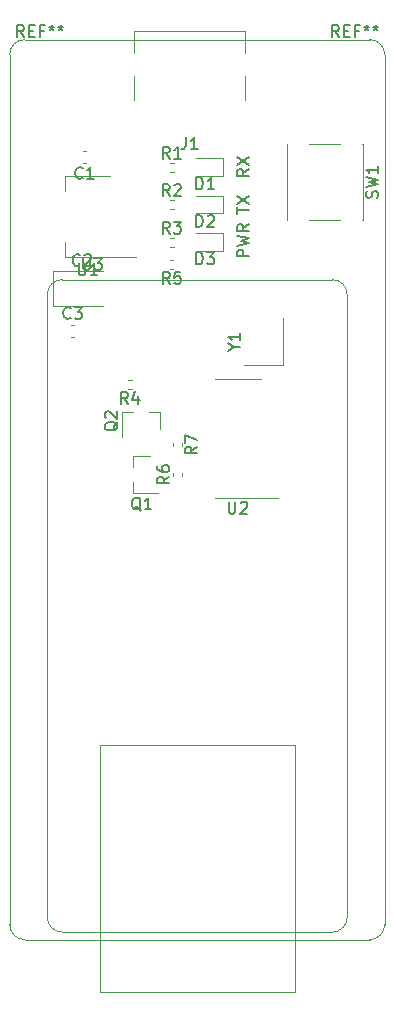
<source format=gbr>
%TF.GenerationSoftware,KiCad,Pcbnew,5.1.10-88a1d61d58~88~ubuntu20.04.1*%
%TF.CreationDate,2021-05-28T23:30:33+02:00*%
%TF.ProjectId,wt32-eth01-programmer,77743332-2d65-4746-9830-312d70726f67,rev?*%
%TF.SameCoordinates,Original*%
%TF.FileFunction,Legend,Top*%
%TF.FilePolarity,Positive*%
%FSLAX46Y46*%
G04 Gerber Fmt 4.6, Leading zero omitted, Abs format (unit mm)*
G04 Created by KiCad (PCBNEW 5.1.10-88a1d61d58~88~ubuntu20.04.1) date 2021-05-28 23:30:33*
%MOMM*%
%LPD*%
G01*
G04 APERTURE LIST*
%ADD10C,0.150000*%
%TA.AperFunction,Profile*%
%ADD11C,0.050000*%
%TD*%
%ADD12C,0.120000*%
G04 APERTURE END LIST*
D10*
X70064380Y-59181904D02*
X70064380Y-58610476D01*
X71064380Y-58896190D02*
X70064380Y-58896190D01*
X70064380Y-58372380D02*
X71064380Y-57705714D01*
X70064380Y-57705714D02*
X71064380Y-58372380D01*
X71064380Y-55411666D02*
X70588190Y-55745000D01*
X71064380Y-55983095D02*
X70064380Y-55983095D01*
X70064380Y-55602142D01*
X70112000Y-55506904D01*
X70159619Y-55459285D01*
X70254857Y-55411666D01*
X70397714Y-55411666D01*
X70492952Y-55459285D01*
X70540571Y-55506904D01*
X70588190Y-55602142D01*
X70588190Y-55983095D01*
X70064380Y-55078333D02*
X71064380Y-54411666D01*
X70064380Y-54411666D02*
X71064380Y-55078333D01*
X71064380Y-62801333D02*
X70064380Y-62801333D01*
X70064380Y-62420380D01*
X70112000Y-62325142D01*
X70159619Y-62277523D01*
X70254857Y-62229904D01*
X70397714Y-62229904D01*
X70492952Y-62277523D01*
X70540571Y-62325142D01*
X70588190Y-62420380D01*
X70588190Y-62801333D01*
X70064380Y-61896571D02*
X71064380Y-61658476D01*
X70350095Y-61468000D01*
X71064380Y-61277523D01*
X70064380Y-61039428D01*
X71064380Y-60087047D02*
X70588190Y-60420380D01*
X71064380Y-60658476D02*
X70064380Y-60658476D01*
X70064380Y-60277523D01*
X70112000Y-60182285D01*
X70159619Y-60134666D01*
X70254857Y-60087047D01*
X70397714Y-60087047D01*
X70492952Y-60134666D01*
X70540571Y-60182285D01*
X70588190Y-60277523D01*
X70588190Y-60658476D01*
D11*
X50800000Y-45720000D02*
G75*
G02*
X52070000Y-44450000I1270000J0D01*
G01*
X52070000Y-120650000D02*
G75*
G02*
X50800000Y-119380000I0J1270000D01*
G01*
X82550000Y-119380000D02*
G75*
G02*
X81280000Y-120650000I-1270000J0D01*
G01*
X81280000Y-44450000D02*
G75*
G02*
X82550000Y-45720000I0J-1270000D01*
G01*
X50800000Y-45720000D02*
X50800000Y-119380000D01*
X81280000Y-44450000D02*
X52070000Y-44450000D01*
X82550000Y-119380000D02*
X82550000Y-45720000D01*
X52070000Y-120650000D02*
X81280000Y-120650000D01*
D12*
%TO.C,SW1*%
X74240000Y-53285000D02*
X74240000Y-59745000D01*
X78770000Y-53285000D02*
X76170000Y-53285000D01*
X80700000Y-53285000D02*
X80700000Y-59745000D01*
X78770000Y-59745000D02*
X76170000Y-59745000D01*
X80670000Y-53285000D02*
X80700000Y-53285000D01*
X74240000Y-53285000D02*
X74270000Y-53285000D01*
X74240000Y-59745000D02*
X74270000Y-59745000D01*
X80700000Y-59745000D02*
X80670000Y-59745000D01*
%TO.C,Y1*%
X73952000Y-72020000D02*
X73952000Y-68020000D01*
X70652000Y-72020000D02*
X73952000Y-72020000D01*
%TO.C,U3*%
X74930000Y-125095000D02*
X58420000Y-125095000D01*
X74930000Y-104140000D02*
X74930000Y-125095000D01*
X58420000Y-104140000D02*
X74930000Y-104140000D01*
X58420000Y-125095000D02*
X58420000Y-104140000D01*
X78105000Y-64770000D02*
X55245000Y-64770000D01*
X79375000Y-118745000D02*
X79375000Y-66040000D01*
X55245000Y-120015000D02*
X78105000Y-120015000D01*
X53975000Y-66040000D02*
X53975000Y-118745000D01*
X78105000Y-64770000D02*
G75*
G02*
X79375000Y-66040000I0J-1270000D01*
G01*
X53975000Y-66040000D02*
G75*
G02*
X55245000Y-64770000I1270000J0D01*
G01*
X79375000Y-118745000D02*
G75*
G02*
X78105000Y-120015000I-1270000J0D01*
G01*
X55245000Y-120015000D02*
G75*
G02*
X53975000Y-118745000I0J1270000D01*
G01*
%TO.C,U2*%
X70104000Y-83292000D02*
X73554000Y-83292000D01*
X70104000Y-83292000D02*
X68154000Y-83292000D01*
X70104000Y-73172000D02*
X72054000Y-73172000D01*
X70104000Y-73172000D02*
X68154000Y-73172000D01*
%TO.C,U1*%
X61504000Y-62846000D02*
X55494000Y-62846000D01*
X59254000Y-56026000D02*
X55494000Y-56026000D01*
X55494000Y-62846000D02*
X55494000Y-61586000D01*
X55494000Y-56026000D02*
X55494000Y-57286000D01*
%TO.C,R7*%
X64644000Y-78588359D02*
X64644000Y-78895641D01*
X65404000Y-78588359D02*
X65404000Y-78895641D01*
%TO.C,R6*%
X65404000Y-81431641D02*
X65404000Y-81124359D01*
X64644000Y-81431641D02*
X64644000Y-81124359D01*
%TO.C,R5*%
X64667641Y-63120000D02*
X64360359Y-63120000D01*
X64667641Y-63880000D02*
X64360359Y-63880000D01*
%TO.C,R4*%
X61115641Y-73280000D02*
X60808359Y-73280000D01*
X61115641Y-74040000D02*
X60808359Y-74040000D01*
%TO.C,R3*%
X64364359Y-61975000D02*
X64671641Y-61975000D01*
X64364359Y-61215000D02*
X64671641Y-61215000D01*
%TO.C,R2*%
X64364359Y-58800000D02*
X64671641Y-58800000D01*
X64364359Y-58040000D02*
X64671641Y-58040000D01*
%TO.C,R1*%
X64364359Y-55625000D02*
X64671641Y-55625000D01*
X64364359Y-54865000D02*
X64671641Y-54865000D01*
%TO.C,Q2*%
X63490000Y-75964000D02*
X63490000Y-77424000D01*
X60330000Y-75964000D02*
X60330000Y-78124000D01*
X60330000Y-75964000D02*
X61260000Y-75964000D01*
X63490000Y-75964000D02*
X62560000Y-75964000D01*
%TO.C,Q1*%
X61232000Y-79700000D02*
X62692000Y-79700000D01*
X61232000Y-82860000D02*
X63392000Y-82860000D01*
X61232000Y-82860000D02*
X61232000Y-81930000D01*
X61232000Y-79700000D02*
X61232000Y-80630000D01*
%TO.C,J1*%
X70740000Y-43725000D02*
X61340000Y-43725000D01*
X61340000Y-49525000D02*
X61340000Y-47525000D01*
X61340000Y-45625000D02*
X61340000Y-43725000D01*
X70740000Y-49525000D02*
X70740000Y-47525000D01*
X70740000Y-45625000D02*
X70740000Y-43725000D01*
%TO.C,D3*%
X68820500Y-60860000D02*
X66535500Y-60860000D01*
X68820500Y-62330000D02*
X68820500Y-60860000D01*
X66535500Y-62330000D02*
X68820500Y-62330000D01*
%TO.C,D2*%
X68820500Y-57685000D02*
X66535500Y-57685000D01*
X68820500Y-59155000D02*
X68820500Y-57685000D01*
X66535500Y-59155000D02*
X68820500Y-59155000D01*
%TO.C,D1*%
X68820500Y-54510000D02*
X66535500Y-54510000D01*
X68820500Y-55980000D02*
X68820500Y-54510000D01*
X66535500Y-55980000D02*
X68820500Y-55980000D01*
%TO.C,C3*%
X55980420Y-69598000D02*
X56261580Y-69598000D01*
X55980420Y-68578000D02*
X56261580Y-68578000D01*
%TO.C,C2*%
X54449500Y-67042000D02*
X58659500Y-67042000D01*
X54449500Y-64022000D02*
X54449500Y-67042000D01*
X58659500Y-64022000D02*
X54449500Y-64022000D01*
%TO.C,C1*%
X57277580Y-53846000D02*
X56996420Y-53846000D01*
X57277580Y-54866000D02*
X56996420Y-54866000D01*
%TD*%
%TO.C,REF\u002A\u002A*%
D10*
X52006666Y-44242380D02*
X51673333Y-43766190D01*
X51435238Y-44242380D02*
X51435238Y-43242380D01*
X51816190Y-43242380D01*
X51911428Y-43290000D01*
X51959047Y-43337619D01*
X52006666Y-43432857D01*
X52006666Y-43575714D01*
X51959047Y-43670952D01*
X51911428Y-43718571D01*
X51816190Y-43766190D01*
X51435238Y-43766190D01*
X52435238Y-43718571D02*
X52768571Y-43718571D01*
X52911428Y-44242380D02*
X52435238Y-44242380D01*
X52435238Y-43242380D01*
X52911428Y-43242380D01*
X53673333Y-43718571D02*
X53340000Y-43718571D01*
X53340000Y-44242380D02*
X53340000Y-43242380D01*
X53816190Y-43242380D01*
X54340000Y-43242380D02*
X54340000Y-43480476D01*
X54101904Y-43385238D02*
X54340000Y-43480476D01*
X54578095Y-43385238D01*
X54197142Y-43670952D02*
X54340000Y-43480476D01*
X54482857Y-43670952D01*
X55101904Y-43242380D02*
X55101904Y-43480476D01*
X54863809Y-43385238D02*
X55101904Y-43480476D01*
X55340000Y-43385238D01*
X54959047Y-43670952D02*
X55101904Y-43480476D01*
X55244761Y-43670952D01*
X78676666Y-44242380D02*
X78343333Y-43766190D01*
X78105238Y-44242380D02*
X78105238Y-43242380D01*
X78486190Y-43242380D01*
X78581428Y-43290000D01*
X78629047Y-43337619D01*
X78676666Y-43432857D01*
X78676666Y-43575714D01*
X78629047Y-43670952D01*
X78581428Y-43718571D01*
X78486190Y-43766190D01*
X78105238Y-43766190D01*
X79105238Y-43718571D02*
X79438571Y-43718571D01*
X79581428Y-44242380D02*
X79105238Y-44242380D01*
X79105238Y-43242380D01*
X79581428Y-43242380D01*
X80343333Y-43718571D02*
X80010000Y-43718571D01*
X80010000Y-44242380D02*
X80010000Y-43242380D01*
X80486190Y-43242380D01*
X81010000Y-43242380D02*
X81010000Y-43480476D01*
X80771904Y-43385238D02*
X81010000Y-43480476D01*
X81248095Y-43385238D01*
X80867142Y-43670952D02*
X81010000Y-43480476D01*
X81152857Y-43670952D01*
X81771904Y-43242380D02*
X81771904Y-43480476D01*
X81533809Y-43385238D02*
X81771904Y-43480476D01*
X82010000Y-43385238D01*
X81629047Y-43670952D02*
X81771904Y-43480476D01*
X81914761Y-43670952D01*
%TO.C,SW1*%
X81924761Y-57848333D02*
X81972380Y-57705476D01*
X81972380Y-57467380D01*
X81924761Y-57372142D01*
X81877142Y-57324523D01*
X81781904Y-57276904D01*
X81686666Y-57276904D01*
X81591428Y-57324523D01*
X81543809Y-57372142D01*
X81496190Y-57467380D01*
X81448571Y-57657857D01*
X81400952Y-57753095D01*
X81353333Y-57800714D01*
X81258095Y-57848333D01*
X81162857Y-57848333D01*
X81067619Y-57800714D01*
X81020000Y-57753095D01*
X80972380Y-57657857D01*
X80972380Y-57419761D01*
X81020000Y-57276904D01*
X80972380Y-56943571D02*
X81972380Y-56705476D01*
X81258095Y-56515000D01*
X81972380Y-56324523D01*
X80972380Y-56086428D01*
X81972380Y-55181666D02*
X81972380Y-55753095D01*
X81972380Y-55467380D02*
X80972380Y-55467380D01*
X81115238Y-55562619D01*
X81210476Y-55657857D01*
X81258095Y-55753095D01*
%TO.C,Y1*%
X69828190Y-70496190D02*
X70304380Y-70496190D01*
X69304380Y-70829523D02*
X69828190Y-70496190D01*
X69304380Y-70162857D01*
X70304380Y-69305714D02*
X70304380Y-69877142D01*
X70304380Y-69591428D02*
X69304380Y-69591428D01*
X69447238Y-69686666D01*
X69542476Y-69781904D01*
X69590095Y-69877142D01*
%TO.C,U3*%
X57023095Y-62952380D02*
X57023095Y-63761904D01*
X57070714Y-63857142D01*
X57118333Y-63904761D01*
X57213571Y-63952380D01*
X57404047Y-63952380D01*
X57499285Y-63904761D01*
X57546904Y-63857142D01*
X57594523Y-63761904D01*
X57594523Y-62952380D01*
X57975476Y-62952380D02*
X58594523Y-62952380D01*
X58261190Y-63333333D01*
X58404047Y-63333333D01*
X58499285Y-63380952D01*
X58546904Y-63428571D01*
X58594523Y-63523809D01*
X58594523Y-63761904D01*
X58546904Y-63857142D01*
X58499285Y-63904761D01*
X58404047Y-63952380D01*
X58118333Y-63952380D01*
X58023095Y-63904761D01*
X57975476Y-63857142D01*
%TO.C,U2*%
X69342095Y-83584380D02*
X69342095Y-84393904D01*
X69389714Y-84489142D01*
X69437333Y-84536761D01*
X69532571Y-84584380D01*
X69723047Y-84584380D01*
X69818285Y-84536761D01*
X69865904Y-84489142D01*
X69913523Y-84393904D01*
X69913523Y-83584380D01*
X70342095Y-83679619D02*
X70389714Y-83632000D01*
X70484952Y-83584380D01*
X70723047Y-83584380D01*
X70818285Y-83632000D01*
X70865904Y-83679619D01*
X70913523Y-83774857D01*
X70913523Y-83870095D01*
X70865904Y-84012952D01*
X70294476Y-84584380D01*
X70913523Y-84584380D01*
%TO.C,U1*%
X56642095Y-63388380D02*
X56642095Y-64197904D01*
X56689714Y-64293142D01*
X56737333Y-64340761D01*
X56832571Y-64388380D01*
X57023047Y-64388380D01*
X57118285Y-64340761D01*
X57165904Y-64293142D01*
X57213523Y-64197904D01*
X57213523Y-63388380D01*
X58213523Y-64388380D02*
X57642095Y-64388380D01*
X57927809Y-64388380D02*
X57927809Y-63388380D01*
X57832571Y-63531238D01*
X57737333Y-63626476D01*
X57642095Y-63674095D01*
%TO.C,R7*%
X66646380Y-78908666D02*
X66170190Y-79242000D01*
X66646380Y-79480095D02*
X65646380Y-79480095D01*
X65646380Y-79099142D01*
X65694000Y-79003904D01*
X65741619Y-78956285D01*
X65836857Y-78908666D01*
X65979714Y-78908666D01*
X66074952Y-78956285D01*
X66122571Y-79003904D01*
X66170190Y-79099142D01*
X66170190Y-79480095D01*
X65646380Y-78575333D02*
X65646380Y-77908666D01*
X66646380Y-78337238D01*
%TO.C,R6*%
X64306380Y-81444666D02*
X63830190Y-81778000D01*
X64306380Y-82016095D02*
X63306380Y-82016095D01*
X63306380Y-81635142D01*
X63354000Y-81539904D01*
X63401619Y-81492285D01*
X63496857Y-81444666D01*
X63639714Y-81444666D01*
X63734952Y-81492285D01*
X63782571Y-81539904D01*
X63830190Y-81635142D01*
X63830190Y-82016095D01*
X63306380Y-80587523D02*
X63306380Y-80778000D01*
X63354000Y-80873238D01*
X63401619Y-80920857D01*
X63544476Y-81016095D01*
X63734952Y-81063714D01*
X64115904Y-81063714D01*
X64211142Y-81016095D01*
X64258761Y-80968476D01*
X64306380Y-80873238D01*
X64306380Y-80682761D01*
X64258761Y-80587523D01*
X64211142Y-80539904D01*
X64115904Y-80492285D01*
X63877809Y-80492285D01*
X63782571Y-80539904D01*
X63734952Y-80587523D01*
X63687333Y-80682761D01*
X63687333Y-80873238D01*
X63734952Y-80968476D01*
X63782571Y-81016095D01*
X63877809Y-81063714D01*
%TO.C,R5*%
X64347333Y-65122380D02*
X64014000Y-64646190D01*
X63775904Y-65122380D02*
X63775904Y-64122380D01*
X64156857Y-64122380D01*
X64252095Y-64170000D01*
X64299714Y-64217619D01*
X64347333Y-64312857D01*
X64347333Y-64455714D01*
X64299714Y-64550952D01*
X64252095Y-64598571D01*
X64156857Y-64646190D01*
X63775904Y-64646190D01*
X65252095Y-64122380D02*
X64775904Y-64122380D01*
X64728285Y-64598571D01*
X64775904Y-64550952D01*
X64871142Y-64503333D01*
X65109238Y-64503333D01*
X65204476Y-64550952D01*
X65252095Y-64598571D01*
X65299714Y-64693809D01*
X65299714Y-64931904D01*
X65252095Y-65027142D01*
X65204476Y-65074761D01*
X65109238Y-65122380D01*
X64871142Y-65122380D01*
X64775904Y-65074761D01*
X64728285Y-65027142D01*
%TO.C,R4*%
X60795333Y-75282380D02*
X60462000Y-74806190D01*
X60223904Y-75282380D02*
X60223904Y-74282380D01*
X60604857Y-74282380D01*
X60700095Y-74330000D01*
X60747714Y-74377619D01*
X60795333Y-74472857D01*
X60795333Y-74615714D01*
X60747714Y-74710952D01*
X60700095Y-74758571D01*
X60604857Y-74806190D01*
X60223904Y-74806190D01*
X61652476Y-74615714D02*
X61652476Y-75282380D01*
X61414380Y-74234761D02*
X61176285Y-74949047D01*
X61795333Y-74949047D01*
%TO.C,R3*%
X64351333Y-60877380D02*
X64018000Y-60401190D01*
X63779904Y-60877380D02*
X63779904Y-59877380D01*
X64160857Y-59877380D01*
X64256095Y-59925000D01*
X64303714Y-59972619D01*
X64351333Y-60067857D01*
X64351333Y-60210714D01*
X64303714Y-60305952D01*
X64256095Y-60353571D01*
X64160857Y-60401190D01*
X63779904Y-60401190D01*
X64684666Y-59877380D02*
X65303714Y-59877380D01*
X64970380Y-60258333D01*
X65113238Y-60258333D01*
X65208476Y-60305952D01*
X65256095Y-60353571D01*
X65303714Y-60448809D01*
X65303714Y-60686904D01*
X65256095Y-60782142D01*
X65208476Y-60829761D01*
X65113238Y-60877380D01*
X64827523Y-60877380D01*
X64732285Y-60829761D01*
X64684666Y-60782142D01*
%TO.C,R2*%
X64351333Y-57702380D02*
X64018000Y-57226190D01*
X63779904Y-57702380D02*
X63779904Y-56702380D01*
X64160857Y-56702380D01*
X64256095Y-56750000D01*
X64303714Y-56797619D01*
X64351333Y-56892857D01*
X64351333Y-57035714D01*
X64303714Y-57130952D01*
X64256095Y-57178571D01*
X64160857Y-57226190D01*
X63779904Y-57226190D01*
X64732285Y-56797619D02*
X64779904Y-56750000D01*
X64875142Y-56702380D01*
X65113238Y-56702380D01*
X65208476Y-56750000D01*
X65256095Y-56797619D01*
X65303714Y-56892857D01*
X65303714Y-56988095D01*
X65256095Y-57130952D01*
X64684666Y-57702380D01*
X65303714Y-57702380D01*
%TO.C,R1*%
X64351333Y-54527380D02*
X64018000Y-54051190D01*
X63779904Y-54527380D02*
X63779904Y-53527380D01*
X64160857Y-53527380D01*
X64256095Y-53575000D01*
X64303714Y-53622619D01*
X64351333Y-53717857D01*
X64351333Y-53860714D01*
X64303714Y-53955952D01*
X64256095Y-54003571D01*
X64160857Y-54051190D01*
X63779904Y-54051190D01*
X65303714Y-54527380D02*
X64732285Y-54527380D01*
X65018000Y-54527380D02*
X65018000Y-53527380D01*
X64922761Y-53670238D01*
X64827523Y-53765476D01*
X64732285Y-53813095D01*
%TO.C,Q2*%
X59957619Y-76819238D02*
X59910000Y-76914476D01*
X59814761Y-77009714D01*
X59671904Y-77152571D01*
X59624285Y-77247809D01*
X59624285Y-77343047D01*
X59862380Y-77295428D02*
X59814761Y-77390666D01*
X59719523Y-77485904D01*
X59529047Y-77533523D01*
X59195714Y-77533523D01*
X59005238Y-77485904D01*
X58910000Y-77390666D01*
X58862380Y-77295428D01*
X58862380Y-77104952D01*
X58910000Y-77009714D01*
X59005238Y-76914476D01*
X59195714Y-76866857D01*
X59529047Y-76866857D01*
X59719523Y-76914476D01*
X59814761Y-77009714D01*
X59862380Y-77104952D01*
X59862380Y-77295428D01*
X58957619Y-76485904D02*
X58910000Y-76438285D01*
X58862380Y-76343047D01*
X58862380Y-76104952D01*
X58910000Y-76009714D01*
X58957619Y-75962095D01*
X59052857Y-75914476D01*
X59148095Y-75914476D01*
X59290952Y-75962095D01*
X59862380Y-76533523D01*
X59862380Y-75914476D01*
%TO.C,Q1*%
X61896761Y-84327619D02*
X61801523Y-84280000D01*
X61706285Y-84184761D01*
X61563428Y-84041904D01*
X61468190Y-83994285D01*
X61372952Y-83994285D01*
X61420571Y-84232380D02*
X61325333Y-84184761D01*
X61230095Y-84089523D01*
X61182476Y-83899047D01*
X61182476Y-83565714D01*
X61230095Y-83375238D01*
X61325333Y-83280000D01*
X61420571Y-83232380D01*
X61611047Y-83232380D01*
X61706285Y-83280000D01*
X61801523Y-83375238D01*
X61849142Y-83565714D01*
X61849142Y-83899047D01*
X61801523Y-84089523D01*
X61706285Y-84184761D01*
X61611047Y-84232380D01*
X61420571Y-84232380D01*
X62801523Y-84232380D02*
X62230095Y-84232380D01*
X62515809Y-84232380D02*
X62515809Y-83232380D01*
X62420571Y-83375238D01*
X62325333Y-83470476D01*
X62230095Y-83518095D01*
%TO.C,J1*%
X65706666Y-52722380D02*
X65706666Y-53436666D01*
X65659047Y-53579523D01*
X65563809Y-53674761D01*
X65420952Y-53722380D01*
X65325714Y-53722380D01*
X66706666Y-53722380D02*
X66135238Y-53722380D01*
X66420952Y-53722380D02*
X66420952Y-52722380D01*
X66325714Y-52865238D01*
X66230476Y-52960476D01*
X66135238Y-53008095D01*
%TO.C,D3*%
X66597404Y-63477380D02*
X66597404Y-62477380D01*
X66835500Y-62477380D01*
X66978357Y-62525000D01*
X67073595Y-62620238D01*
X67121214Y-62715476D01*
X67168833Y-62905952D01*
X67168833Y-63048809D01*
X67121214Y-63239285D01*
X67073595Y-63334523D01*
X66978357Y-63429761D01*
X66835500Y-63477380D01*
X66597404Y-63477380D01*
X67502166Y-62477380D02*
X68121214Y-62477380D01*
X67787880Y-62858333D01*
X67930738Y-62858333D01*
X68025976Y-62905952D01*
X68073595Y-62953571D01*
X68121214Y-63048809D01*
X68121214Y-63286904D01*
X68073595Y-63382142D01*
X68025976Y-63429761D01*
X67930738Y-63477380D01*
X67645023Y-63477380D01*
X67549785Y-63429761D01*
X67502166Y-63382142D01*
%TO.C,D2*%
X66597404Y-60302380D02*
X66597404Y-59302380D01*
X66835500Y-59302380D01*
X66978357Y-59350000D01*
X67073595Y-59445238D01*
X67121214Y-59540476D01*
X67168833Y-59730952D01*
X67168833Y-59873809D01*
X67121214Y-60064285D01*
X67073595Y-60159523D01*
X66978357Y-60254761D01*
X66835500Y-60302380D01*
X66597404Y-60302380D01*
X67549785Y-59397619D02*
X67597404Y-59350000D01*
X67692642Y-59302380D01*
X67930738Y-59302380D01*
X68025976Y-59350000D01*
X68073595Y-59397619D01*
X68121214Y-59492857D01*
X68121214Y-59588095D01*
X68073595Y-59730952D01*
X67502166Y-60302380D01*
X68121214Y-60302380D01*
%TO.C,D1*%
X66597404Y-57127380D02*
X66597404Y-56127380D01*
X66835500Y-56127380D01*
X66978357Y-56175000D01*
X67073595Y-56270238D01*
X67121214Y-56365476D01*
X67168833Y-56555952D01*
X67168833Y-56698809D01*
X67121214Y-56889285D01*
X67073595Y-56984523D01*
X66978357Y-57079761D01*
X66835500Y-57127380D01*
X66597404Y-57127380D01*
X68121214Y-57127380D02*
X67549785Y-57127380D01*
X67835500Y-57127380D02*
X67835500Y-56127380D01*
X67740261Y-56270238D01*
X67645023Y-56365476D01*
X67549785Y-56413095D01*
%TO.C,C3*%
X55954333Y-68015142D02*
X55906714Y-68062761D01*
X55763857Y-68110380D01*
X55668619Y-68110380D01*
X55525761Y-68062761D01*
X55430523Y-67967523D01*
X55382904Y-67872285D01*
X55335285Y-67681809D01*
X55335285Y-67538952D01*
X55382904Y-67348476D01*
X55430523Y-67253238D01*
X55525761Y-67158000D01*
X55668619Y-67110380D01*
X55763857Y-67110380D01*
X55906714Y-67158000D01*
X55954333Y-67205619D01*
X56287666Y-67110380D02*
X56906714Y-67110380D01*
X56573380Y-67491333D01*
X56716238Y-67491333D01*
X56811476Y-67538952D01*
X56859095Y-67586571D01*
X56906714Y-67681809D01*
X56906714Y-67919904D01*
X56859095Y-68015142D01*
X56811476Y-68062761D01*
X56716238Y-68110380D01*
X56430523Y-68110380D01*
X56335285Y-68062761D01*
X56287666Y-68015142D01*
%TO.C,C2*%
X56742833Y-63539142D02*
X56695214Y-63586761D01*
X56552357Y-63634380D01*
X56457119Y-63634380D01*
X56314261Y-63586761D01*
X56219023Y-63491523D01*
X56171404Y-63396285D01*
X56123785Y-63205809D01*
X56123785Y-63062952D01*
X56171404Y-62872476D01*
X56219023Y-62777238D01*
X56314261Y-62682000D01*
X56457119Y-62634380D01*
X56552357Y-62634380D01*
X56695214Y-62682000D01*
X56742833Y-62729619D01*
X57123785Y-62729619D02*
X57171404Y-62682000D01*
X57266642Y-62634380D01*
X57504738Y-62634380D01*
X57599976Y-62682000D01*
X57647595Y-62729619D01*
X57695214Y-62824857D01*
X57695214Y-62920095D01*
X57647595Y-63062952D01*
X57076166Y-63634380D01*
X57695214Y-63634380D01*
%TO.C,C1*%
X56970333Y-56143142D02*
X56922714Y-56190761D01*
X56779857Y-56238380D01*
X56684619Y-56238380D01*
X56541761Y-56190761D01*
X56446523Y-56095523D01*
X56398904Y-56000285D01*
X56351285Y-55809809D01*
X56351285Y-55666952D01*
X56398904Y-55476476D01*
X56446523Y-55381238D01*
X56541761Y-55286000D01*
X56684619Y-55238380D01*
X56779857Y-55238380D01*
X56922714Y-55286000D01*
X56970333Y-55333619D01*
X57922714Y-56238380D02*
X57351285Y-56238380D01*
X57637000Y-56238380D02*
X57637000Y-55238380D01*
X57541761Y-55381238D01*
X57446523Y-55476476D01*
X57351285Y-55524095D01*
%TD*%
M02*

</source>
